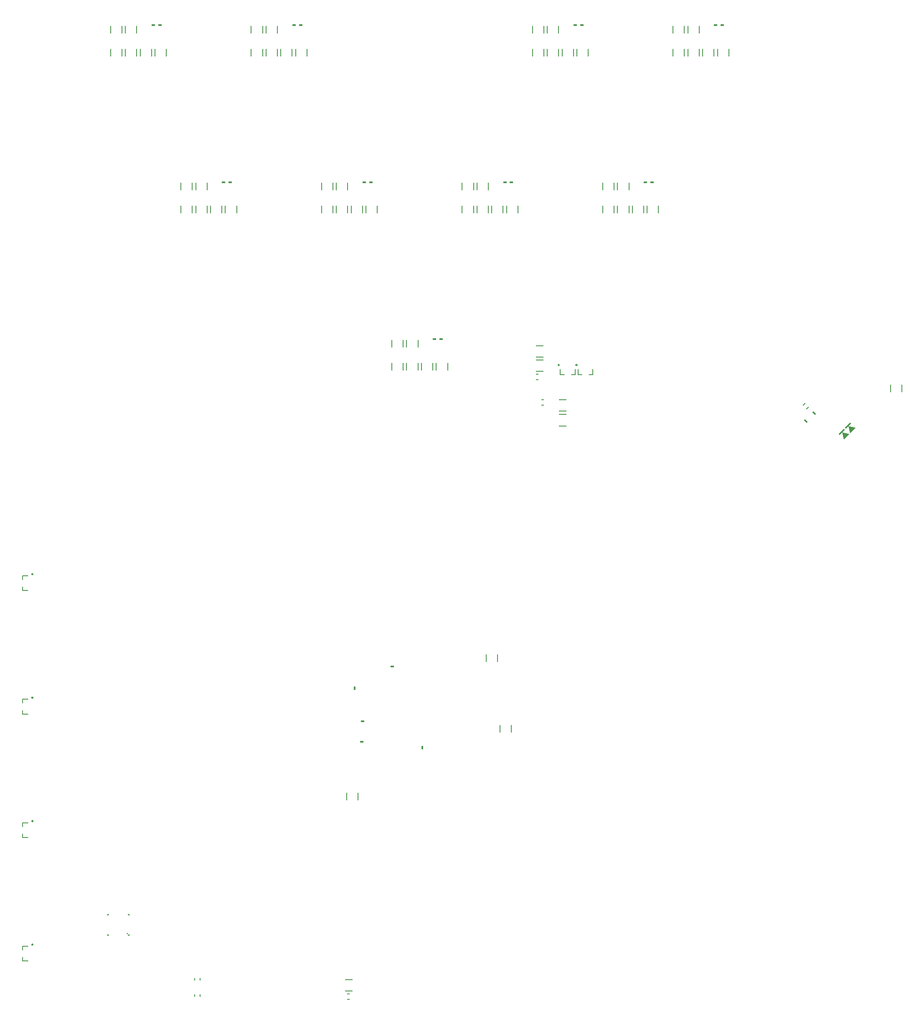
<source format=gbo>
G04*
G04 #@! TF.GenerationSoftware,Altium Limited,Altium Designer,22.10.1 (41)*
G04*
G04 Layer_Color=32896*
%FSLAX43Y43*%
%MOMM*%
G71*
G04*
G04 #@! TF.SameCoordinates,B9F26087-2B66-42AB-B32E-372D1BB95FEE*
G04*
G04*
G04 #@! TF.FilePolarity,Positive*
G04*
G01*
G75*
%ADD10C,0.250*%
%ADD11C,0.200*%
%ADD18R,0.200X1.600*%
%ADD19R,0.200X0.600*%
%ADD23R,1.600X0.200*%
%ADD24R,0.300X0.750*%
%ADD25R,0.750X0.300*%
%ADD28R,0.600X0.200*%
%ADD358R,0.100X0.950*%
G04:AMPARAMS|DCode=359|XSize=0.25mm|YSize=1.55mm|CornerRadius=0mm|HoleSize=0mm|Usage=FLASHONLY|Rotation=315.000|XOffset=0mm|YOffset=0mm|HoleType=Round|Shape=Rectangle|*
%AMROTATEDRECTD359*
4,1,4,-0.636,-0.460,0.460,0.636,0.636,0.460,-0.460,-0.636,-0.636,-0.460,0.0*
%
%ADD359ROTATEDRECTD359*%

G04:AMPARAMS|DCode=360|XSize=0.75mm|YSize=0.3mm|CornerRadius=0mm|HoleSize=0mm|Usage=FLASHONLY|Rotation=135.000|XOffset=0mm|YOffset=0mm|HoleType=Round|Shape=Rectangle|*
%AMROTATEDRECTD360*
4,1,4,0.371,-0.159,0.159,-0.371,-0.371,0.159,-0.159,0.371,0.371,-0.159,0.0*
%
%ADD360ROTATEDRECTD360*%

%ADD361R,0.200X0.400*%
%ADD362R,0.400X0.200*%
G04:AMPARAMS|DCode=363|XSize=0.2mm|YSize=0.6mm|CornerRadius=0mm|HoleSize=0mm|Usage=FLASHONLY|Rotation=135.000|XOffset=0mm|YOffset=0mm|HoleType=Round|Shape=Rectangle|*
%AMROTATEDRECTD363*
4,1,4,0.283,0.141,-0.141,-0.283,-0.283,-0.141,0.141,0.283,0.283,0.141,0.0*
%
%ADD363ROTATEDRECTD363*%

G36*
X201538Y153246D02*
X200442Y152150D01*
X200106Y153582D01*
X201538Y153246D01*
D02*
G37*
G36*
X200265Y151973D02*
X199169Y150877D01*
X198833Y152309D01*
X200265Y151973D01*
D02*
G37*
D10*
X141550Y165985D02*
G03*
X141550Y165985I-125J0D01*
G01*
X145150D02*
G03*
X145150Y165985I-125J0D01*
G01*
X54000Y50850D02*
G03*
X54000Y50850I-50J0D01*
G01*
X34860Y123625D02*
G03*
X34860Y123625I-125J0D01*
G01*
Y98625D02*
G03*
X34860Y98625I-125J0D01*
G01*
Y73625D02*
G03*
X34860Y73625I-125J0D01*
G01*
Y48625D02*
G03*
X34860Y48625I-125J0D01*
G01*
D11*
X141750Y163990D02*
Y165090D01*
Y163990D02*
X142525D01*
X144750D02*
Y165090D01*
X143975Y163990D02*
X144750D01*
X145350D02*
Y165090D01*
Y163990D02*
X146125D01*
X148350D02*
Y165090D01*
X147575Y163990D02*
X148350D01*
X32740Y123300D02*
X33840Y123300D01*
X32740Y122525D02*
Y123300D01*
Y120300D02*
X33840Y120300D01*
X32740Y120300D02*
Y121075D01*
Y98300D02*
X33840Y98300D01*
X32740Y97525D02*
Y98300D01*
Y95300D02*
X33840Y95300D01*
X32740Y95300D02*
Y96075D01*
Y73300D02*
X33840Y73300D01*
X32740Y72525D02*
Y73300D01*
Y70300D02*
X33840Y70300D01*
X32740Y70300D02*
Y71075D01*
Y48300D02*
X33840Y48300D01*
X32740Y47525D02*
Y48300D01*
Y45300D02*
X33840Y45300D01*
X32740Y45300D02*
Y46075D01*
D18*
X112900Y170300D02*
D03*
X110600D02*
D03*
X109900D02*
D03*
X107600D02*
D03*
X116600Y165650D02*
D03*
X118900D02*
D03*
X113600Y165650D02*
D03*
X115900D02*
D03*
X107600Y165650D02*
D03*
X109900D02*
D03*
X110600Y165650D02*
D03*
X112900D02*
D03*
X136100Y229250D02*
D03*
X138400D02*
D03*
X139100D02*
D03*
X141400D02*
D03*
X142100D02*
D03*
X144400D02*
D03*
X145100D02*
D03*
X147400D02*
D03*
X138400Y233900D02*
D03*
X136100D02*
D03*
X141400Y233900D02*
D03*
X139100D02*
D03*
X150350Y197450D02*
D03*
X152650D02*
D03*
X153350D02*
D03*
X155650D02*
D03*
X156350D02*
D03*
X158650D02*
D03*
X159350D02*
D03*
X161650D02*
D03*
X152650Y202100D02*
D03*
X150350D02*
D03*
X155650Y202100D02*
D03*
X153350D02*
D03*
X167600Y233900D02*
D03*
X169900D02*
D03*
X164600Y229250D02*
D03*
X166900D02*
D03*
X167600D02*
D03*
X169900D02*
D03*
X170600D02*
D03*
X172900D02*
D03*
X173600Y229250D02*
D03*
X175900D02*
D03*
X166900Y233900D02*
D03*
X164600D02*
D03*
X121850Y197450D02*
D03*
X124150D02*
D03*
X124850D02*
D03*
X127150D02*
D03*
X127850D02*
D03*
X130150D02*
D03*
X130850D02*
D03*
X133150D02*
D03*
X124150Y202100D02*
D03*
X121850D02*
D03*
X127150Y202100D02*
D03*
X124850D02*
D03*
X95650Y197450D02*
D03*
X93350D02*
D03*
X96350Y197450D02*
D03*
X98650D02*
D03*
X99350Y197450D02*
D03*
X101650D02*
D03*
X102350D02*
D03*
X104650D02*
D03*
X95650Y202100D02*
D03*
X93350D02*
D03*
X98650Y202100D02*
D03*
X96350D02*
D03*
X79100Y229250D02*
D03*
X81400D02*
D03*
X82100D02*
D03*
X84400D02*
D03*
X85100D02*
D03*
X87400D02*
D03*
X88100D02*
D03*
X90400D02*
D03*
X81400Y233900D02*
D03*
X79100D02*
D03*
X84400D02*
D03*
X82100D02*
D03*
X64850Y197450D02*
D03*
X67150D02*
D03*
X67850D02*
D03*
X70150D02*
D03*
X70850D02*
D03*
X73150D02*
D03*
X73850Y197450D02*
D03*
X76150D02*
D03*
X67150Y202100D02*
D03*
X64850D02*
D03*
X70150Y202100D02*
D03*
X67850D02*
D03*
X50600Y229250D02*
D03*
X52900D02*
D03*
X53600D02*
D03*
X55900D02*
D03*
X56600D02*
D03*
X58900D02*
D03*
X59600D02*
D03*
X61900D02*
D03*
X52900Y233900D02*
D03*
X50600D02*
D03*
X55900Y233900D02*
D03*
X53600D02*
D03*
X100750Y78600D02*
D03*
X98450Y78600D02*
D03*
X129050Y106600D02*
D03*
X126750Y106600D02*
D03*
X129550Y92300D02*
D03*
X131850Y92300D02*
D03*
X210947Y161254D02*
D03*
X208647Y161254D02*
D03*
D19*
X67675Y38300D02*
D03*
X68725D02*
D03*
X67675Y41600D02*
D03*
X68725D02*
D03*
D23*
X142200Y158950D02*
D03*
Y156650D02*
D03*
Y155950D02*
D03*
Y153650D02*
D03*
X137550Y167000D02*
D03*
Y164700D02*
D03*
X137550Y169900D02*
D03*
Y167600D02*
D03*
X98901Y41550D02*
D03*
Y39250D02*
D03*
D24*
X113801Y88500D02*
D03*
X100100Y100499D02*
D03*
D25*
X116250Y171200D02*
D03*
X117600Y171200D02*
D03*
X144750Y234800D02*
D03*
X146100Y234800D02*
D03*
X159000Y203000D02*
D03*
X160350D02*
D03*
X173250Y234800D02*
D03*
X174600Y234800D02*
D03*
X131850Y203000D02*
D03*
X130500D02*
D03*
X103400Y203000D02*
D03*
X102000D02*
D03*
X87750Y234800D02*
D03*
X89100Y234800D02*
D03*
X73500Y203000D02*
D03*
X74850Y203000D02*
D03*
X59250Y234800D02*
D03*
X60600Y234800D02*
D03*
X101500Y89700D02*
D03*
X101700Y93800D02*
D03*
X107700Y104900D02*
D03*
D28*
X138150Y157875D02*
D03*
Y158925D02*
D03*
X137050Y164075D02*
D03*
Y163025D02*
D03*
X98800Y37575D02*
D03*
X98800Y38625D02*
D03*
D358*
X204950Y198350D02*
D03*
X204950Y199550D02*
D03*
X204950Y201350D02*
D03*
X33800Y117400D02*
D03*
X33800Y118600D02*
D03*
X33800Y93600D02*
D03*
X33800Y92400D02*
D03*
Y68600D02*
D03*
X33800Y67400D02*
D03*
X33800Y42400D02*
D03*
X33800Y43600D02*
D03*
D359*
X198745Y152398D02*
D03*
X200017Y153670D02*
D03*
D360*
X191498Y154654D02*
D03*
X193176Y156269D02*
D03*
D361*
X50050Y50550D02*
D03*
X50050Y54650D02*
D03*
X54350Y54650D02*
D03*
Y50550D02*
D03*
D362*
X50150Y50450D02*
D03*
X50150Y54750D02*
D03*
X54250Y54750D02*
D03*
X54250Y50450D02*
D03*
D363*
X191869Y157283D02*
D03*
X191126Y158025D02*
D03*
M02*

</source>
